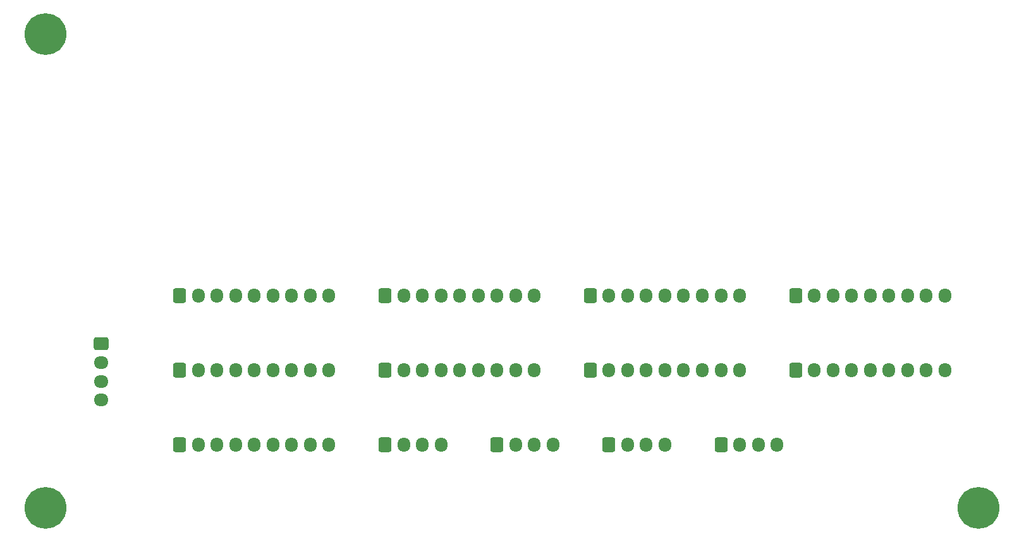
<source format=gbr>
%TF.GenerationSoftware,KiCad,Pcbnew,8.0.6*%
%TF.CreationDate,2024-12-01T20:32:08+01:00*%
%TF.ProjectId,puzzle1,70757a7a-6c65-4312-9e6b-696361645f70,rev?*%
%TF.SameCoordinates,Original*%
%TF.FileFunction,Soldermask,Bot*%
%TF.FilePolarity,Negative*%
%FSLAX46Y46*%
G04 Gerber Fmt 4.6, Leading zero omitted, Abs format (unit mm)*
G04 Created by KiCad (PCBNEW 8.0.6) date 2024-12-01 20:32:08*
%MOMM*%
%LPD*%
G01*
G04 APERTURE LIST*
G04 Aperture macros list*
%AMRoundRect*
0 Rectangle with rounded corners*
0 $1 Rounding radius*
0 $2 $3 $4 $5 $6 $7 $8 $9 X,Y pos of 4 corners*
0 Add a 4 corners polygon primitive as box body*
4,1,4,$2,$3,$4,$5,$6,$7,$8,$9,$2,$3,0*
0 Add four circle primitives for the rounded corners*
1,1,$1+$1,$2,$3*
1,1,$1+$1,$4,$5*
1,1,$1+$1,$6,$7*
1,1,$1+$1,$8,$9*
0 Add four rect primitives between the rounded corners*
20,1,$1+$1,$2,$3,$4,$5,0*
20,1,$1+$1,$4,$5,$6,$7,0*
20,1,$1+$1,$6,$7,$8,$9,0*
20,1,$1+$1,$8,$9,$2,$3,0*%
G04 Aperture macros list end*
%ADD10C,5.600000*%
%ADD11RoundRect,0.250000X-0.600000X-0.725000X0.600000X-0.725000X0.600000X0.725000X-0.600000X0.725000X0*%
%ADD12O,1.700000X1.950000*%
%ADD13RoundRect,0.250000X-0.725000X0.600000X-0.725000X-0.600000X0.725000X-0.600000X0.725000X0.600000X0*%
%ADD14O,1.950000X1.700000*%
G04 APERTURE END LIST*
D10*
%TO.C,H2*%
X30035534Y-121514466D03*
%TD*%
D11*
%TO.C,Row8*%
X130500000Y-103000000D03*
D12*
X133000000Y-103000000D03*
X135500000Y-103000000D03*
X138000000Y-103000000D03*
X140500000Y-103000000D03*
X143000000Y-103000000D03*
X145500000Y-103000000D03*
X148000000Y-103000000D03*
X150500000Y-103000000D03*
%TD*%
D11*
%TO.C,Row9*%
X48000000Y-113000000D03*
D12*
X50500000Y-113000000D03*
X53000000Y-113000000D03*
X55500000Y-113000000D03*
X58000000Y-113000000D03*
X60500000Y-113000000D03*
X63000000Y-113000000D03*
X65500000Y-113000000D03*
X68000000Y-113000000D03*
%TD*%
D11*
%TO.C,LED2*%
X105500000Y-113000000D03*
D12*
X108000000Y-113000000D03*
X110500000Y-113000000D03*
X113000000Y-113000000D03*
%TD*%
D11*
%TO.C,Row7*%
X103000000Y-103000000D03*
D12*
X105500000Y-103000000D03*
X108000000Y-103000000D03*
X110500000Y-103000000D03*
X113000000Y-103000000D03*
X115500000Y-103000000D03*
X118000000Y-103000000D03*
X120500000Y-103000000D03*
X123000000Y-103000000D03*
%TD*%
D11*
%TO.C,Row4*%
X130500000Y-93000000D03*
D12*
X133000000Y-93000000D03*
X135500000Y-93000000D03*
X138000000Y-93000000D03*
X140500000Y-93000000D03*
X143000000Y-93000000D03*
X145500000Y-93000000D03*
X148000000Y-93000000D03*
X150500000Y-93000000D03*
%TD*%
D10*
%TO.C,H1*%
X155014466Y-121514466D03*
%TD*%
D11*
%TO.C,Row3*%
X103000000Y-93000000D03*
D12*
X105500000Y-93000000D03*
X108000000Y-93000000D03*
X110500000Y-93000000D03*
X113000000Y-93000000D03*
X115500000Y-93000000D03*
X118000000Y-93000000D03*
X120500000Y-93000000D03*
X123000000Y-93000000D03*
%TD*%
D11*
%TO.C,WireTriggers*%
X75500000Y-113000000D03*
D12*
X78000000Y-113000000D03*
X80500000Y-113000000D03*
X83000000Y-113000000D03*
%TD*%
D11*
%TO.C,LED1*%
X90500000Y-113000000D03*
D12*
X93000000Y-113000000D03*
X95500000Y-113000000D03*
X98000000Y-113000000D03*
%TD*%
D11*
%TO.C,Row1*%
X48000000Y-93000000D03*
D12*
X50500000Y-93000000D03*
X53000000Y-93000000D03*
X55500000Y-93000000D03*
X58000000Y-93000000D03*
X60500000Y-93000000D03*
X63000000Y-93000000D03*
X65500000Y-93000000D03*
X68000000Y-93000000D03*
%TD*%
D11*
%TO.C,Row6*%
X75500000Y-103000000D03*
D12*
X78000000Y-103000000D03*
X80500000Y-103000000D03*
X83000000Y-103000000D03*
X85500000Y-103000000D03*
X88000000Y-103000000D03*
X90500000Y-103000000D03*
X93000000Y-103000000D03*
X95500000Y-103000000D03*
%TD*%
D10*
%TO.C,H3*%
X30000000Y-57950000D03*
%TD*%
D11*
%TO.C,Row2*%
X75500000Y-93000000D03*
D12*
X78000000Y-93000000D03*
X80500000Y-93000000D03*
X83000000Y-93000000D03*
X85500000Y-93000000D03*
X88000000Y-93000000D03*
X90500000Y-93000000D03*
X93000000Y-93000000D03*
X95500000Y-93000000D03*
%TD*%
D11*
%TO.C,Row5*%
X48000000Y-103000000D03*
D12*
X50500000Y-103000000D03*
X53000000Y-103000000D03*
X55500000Y-103000000D03*
X58000000Y-103000000D03*
X60500000Y-103000000D03*
X63000000Y-103000000D03*
X65500000Y-103000000D03*
X68000000Y-103000000D03*
%TD*%
D11*
%TO.C,LED3*%
X120500000Y-113000000D03*
D12*
X123000000Y-113000000D03*
X125500000Y-113000000D03*
X128000000Y-113000000D03*
%TD*%
D13*
%TO.C,Input*%
X37500000Y-99500000D03*
D14*
X37500000Y-102000000D03*
X37500000Y-104500000D03*
X37500000Y-107000000D03*
%TD*%
M02*

</source>
